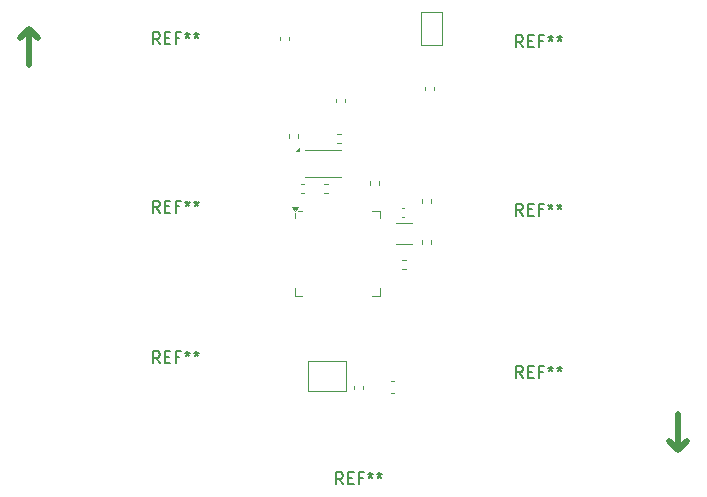
<source format=gbr>
%TF.GenerationSoftware,KiCad,Pcbnew,9.0.0*%
%TF.CreationDate,2025-05-15T12:24:39+09:00*%
%TF.ProjectId,Raspberry Pi Pico(Designed By TORICA),52617370-6265-4727-9279-205069205069,rev?*%
%TF.SameCoordinates,Original*%
%TF.FileFunction,Legend,Top*%
%TF.FilePolarity,Positive*%
%FSLAX46Y46*%
G04 Gerber Fmt 4.6, Leading zero omitted, Abs format (unit mm)*
G04 Created by KiCad (PCBNEW 9.0.0) date 2025-05-15 12:24:39*
%MOMM*%
%LPD*%
G01*
G04 APERTURE LIST*
%ADD10C,0.500000*%
%ADD11C,0.150000*%
%ADD12C,0.100000*%
%ADD13C,0.120000*%
G04 APERTURE END LIST*
D10*
X122325137Y-84764476D02*
X122325137Y-81716857D01*
X121563232Y-82478761D02*
X122325137Y-81716857D01*
X122325137Y-81716857D02*
X123087042Y-82478761D01*
X177325137Y-114336857D02*
X177325137Y-117384476D01*
X178087042Y-116622571D02*
X177325137Y-117384476D01*
X177325137Y-117384476D02*
X176563232Y-116622571D01*
D11*
X164166666Y-83254819D02*
X163833333Y-82778628D01*
X163595238Y-83254819D02*
X163595238Y-82254819D01*
X163595238Y-82254819D02*
X163976190Y-82254819D01*
X163976190Y-82254819D02*
X164071428Y-82302438D01*
X164071428Y-82302438D02*
X164119047Y-82350057D01*
X164119047Y-82350057D02*
X164166666Y-82445295D01*
X164166666Y-82445295D02*
X164166666Y-82588152D01*
X164166666Y-82588152D02*
X164119047Y-82683390D01*
X164119047Y-82683390D02*
X164071428Y-82731009D01*
X164071428Y-82731009D02*
X163976190Y-82778628D01*
X163976190Y-82778628D02*
X163595238Y-82778628D01*
X164595238Y-82731009D02*
X164928571Y-82731009D01*
X165071428Y-83254819D02*
X164595238Y-83254819D01*
X164595238Y-83254819D02*
X164595238Y-82254819D01*
X164595238Y-82254819D02*
X165071428Y-82254819D01*
X165833333Y-82731009D02*
X165500000Y-82731009D01*
X165500000Y-83254819D02*
X165500000Y-82254819D01*
X165500000Y-82254819D02*
X165976190Y-82254819D01*
X166500000Y-82254819D02*
X166500000Y-82492914D01*
X166261905Y-82397676D02*
X166500000Y-82492914D01*
X166500000Y-82492914D02*
X166738095Y-82397676D01*
X166357143Y-82683390D02*
X166500000Y-82492914D01*
X166500000Y-82492914D02*
X166642857Y-82683390D01*
X167261905Y-82254819D02*
X167261905Y-82492914D01*
X167023810Y-82397676D02*
X167261905Y-82492914D01*
X167261905Y-82492914D02*
X167500000Y-82397676D01*
X167119048Y-82683390D02*
X167261905Y-82492914D01*
X167261905Y-82492914D02*
X167404762Y-82683390D01*
X164166666Y-111254819D02*
X163833333Y-110778628D01*
X163595238Y-111254819D02*
X163595238Y-110254819D01*
X163595238Y-110254819D02*
X163976190Y-110254819D01*
X163976190Y-110254819D02*
X164071428Y-110302438D01*
X164071428Y-110302438D02*
X164119047Y-110350057D01*
X164119047Y-110350057D02*
X164166666Y-110445295D01*
X164166666Y-110445295D02*
X164166666Y-110588152D01*
X164166666Y-110588152D02*
X164119047Y-110683390D01*
X164119047Y-110683390D02*
X164071428Y-110731009D01*
X164071428Y-110731009D02*
X163976190Y-110778628D01*
X163976190Y-110778628D02*
X163595238Y-110778628D01*
X164595238Y-110731009D02*
X164928571Y-110731009D01*
X165071428Y-111254819D02*
X164595238Y-111254819D01*
X164595238Y-111254819D02*
X164595238Y-110254819D01*
X164595238Y-110254819D02*
X165071428Y-110254819D01*
X165833333Y-110731009D02*
X165500000Y-110731009D01*
X165500000Y-111254819D02*
X165500000Y-110254819D01*
X165500000Y-110254819D02*
X165976190Y-110254819D01*
X166500000Y-110254819D02*
X166500000Y-110492914D01*
X166261905Y-110397676D02*
X166500000Y-110492914D01*
X166500000Y-110492914D02*
X166738095Y-110397676D01*
X166357143Y-110683390D02*
X166500000Y-110492914D01*
X166500000Y-110492914D02*
X166642857Y-110683390D01*
X167261905Y-110254819D02*
X167261905Y-110492914D01*
X167023810Y-110397676D02*
X167261905Y-110492914D01*
X167261905Y-110492914D02*
X167500000Y-110397676D01*
X167119048Y-110683390D02*
X167261905Y-110492914D01*
X167261905Y-110492914D02*
X167404762Y-110683390D01*
X164166666Y-97504819D02*
X163833333Y-97028628D01*
X163595238Y-97504819D02*
X163595238Y-96504819D01*
X163595238Y-96504819D02*
X163976190Y-96504819D01*
X163976190Y-96504819D02*
X164071428Y-96552438D01*
X164071428Y-96552438D02*
X164119047Y-96600057D01*
X164119047Y-96600057D02*
X164166666Y-96695295D01*
X164166666Y-96695295D02*
X164166666Y-96838152D01*
X164166666Y-96838152D02*
X164119047Y-96933390D01*
X164119047Y-96933390D02*
X164071428Y-96981009D01*
X164071428Y-96981009D02*
X163976190Y-97028628D01*
X163976190Y-97028628D02*
X163595238Y-97028628D01*
X164595238Y-96981009D02*
X164928571Y-96981009D01*
X165071428Y-97504819D02*
X164595238Y-97504819D01*
X164595238Y-97504819D02*
X164595238Y-96504819D01*
X164595238Y-96504819D02*
X165071428Y-96504819D01*
X165833333Y-96981009D02*
X165500000Y-96981009D01*
X165500000Y-97504819D02*
X165500000Y-96504819D01*
X165500000Y-96504819D02*
X165976190Y-96504819D01*
X166500000Y-96504819D02*
X166500000Y-96742914D01*
X166261905Y-96647676D02*
X166500000Y-96742914D01*
X166500000Y-96742914D02*
X166738095Y-96647676D01*
X166357143Y-96933390D02*
X166500000Y-96742914D01*
X166500000Y-96742914D02*
X166642857Y-96933390D01*
X167261905Y-96504819D02*
X167261905Y-96742914D01*
X167023810Y-96647676D02*
X167261905Y-96742914D01*
X167261905Y-96742914D02*
X167500000Y-96647676D01*
X167119048Y-96933390D02*
X167261905Y-96742914D01*
X167261905Y-96742914D02*
X167404762Y-96933390D01*
X133416666Y-97254819D02*
X133083333Y-96778628D01*
X132845238Y-97254819D02*
X132845238Y-96254819D01*
X132845238Y-96254819D02*
X133226190Y-96254819D01*
X133226190Y-96254819D02*
X133321428Y-96302438D01*
X133321428Y-96302438D02*
X133369047Y-96350057D01*
X133369047Y-96350057D02*
X133416666Y-96445295D01*
X133416666Y-96445295D02*
X133416666Y-96588152D01*
X133416666Y-96588152D02*
X133369047Y-96683390D01*
X133369047Y-96683390D02*
X133321428Y-96731009D01*
X133321428Y-96731009D02*
X133226190Y-96778628D01*
X133226190Y-96778628D02*
X132845238Y-96778628D01*
X133845238Y-96731009D02*
X134178571Y-96731009D01*
X134321428Y-97254819D02*
X133845238Y-97254819D01*
X133845238Y-97254819D02*
X133845238Y-96254819D01*
X133845238Y-96254819D02*
X134321428Y-96254819D01*
X135083333Y-96731009D02*
X134750000Y-96731009D01*
X134750000Y-97254819D02*
X134750000Y-96254819D01*
X134750000Y-96254819D02*
X135226190Y-96254819D01*
X135750000Y-96254819D02*
X135750000Y-96492914D01*
X135511905Y-96397676D02*
X135750000Y-96492914D01*
X135750000Y-96492914D02*
X135988095Y-96397676D01*
X135607143Y-96683390D02*
X135750000Y-96492914D01*
X135750000Y-96492914D02*
X135892857Y-96683390D01*
X136511905Y-96254819D02*
X136511905Y-96492914D01*
X136273810Y-96397676D02*
X136511905Y-96492914D01*
X136511905Y-96492914D02*
X136750000Y-96397676D01*
X136369048Y-96683390D02*
X136511905Y-96492914D01*
X136511905Y-96492914D02*
X136654762Y-96683390D01*
X148916666Y-120254819D02*
X148583333Y-119778628D01*
X148345238Y-120254819D02*
X148345238Y-119254819D01*
X148345238Y-119254819D02*
X148726190Y-119254819D01*
X148726190Y-119254819D02*
X148821428Y-119302438D01*
X148821428Y-119302438D02*
X148869047Y-119350057D01*
X148869047Y-119350057D02*
X148916666Y-119445295D01*
X148916666Y-119445295D02*
X148916666Y-119588152D01*
X148916666Y-119588152D02*
X148869047Y-119683390D01*
X148869047Y-119683390D02*
X148821428Y-119731009D01*
X148821428Y-119731009D02*
X148726190Y-119778628D01*
X148726190Y-119778628D02*
X148345238Y-119778628D01*
X149345238Y-119731009D02*
X149678571Y-119731009D01*
X149821428Y-120254819D02*
X149345238Y-120254819D01*
X149345238Y-120254819D02*
X149345238Y-119254819D01*
X149345238Y-119254819D02*
X149821428Y-119254819D01*
X150583333Y-119731009D02*
X150250000Y-119731009D01*
X150250000Y-120254819D02*
X150250000Y-119254819D01*
X150250000Y-119254819D02*
X150726190Y-119254819D01*
X151250000Y-119254819D02*
X151250000Y-119492914D01*
X151011905Y-119397676D02*
X151250000Y-119492914D01*
X151250000Y-119492914D02*
X151488095Y-119397676D01*
X151107143Y-119683390D02*
X151250000Y-119492914D01*
X151250000Y-119492914D02*
X151392857Y-119683390D01*
X152011905Y-119254819D02*
X152011905Y-119492914D01*
X151773810Y-119397676D02*
X152011905Y-119492914D01*
X152011905Y-119492914D02*
X152250000Y-119397676D01*
X151869048Y-119683390D02*
X152011905Y-119492914D01*
X152011905Y-119492914D02*
X152154762Y-119683390D01*
X133416666Y-83004819D02*
X133083333Y-82528628D01*
X132845238Y-83004819D02*
X132845238Y-82004819D01*
X132845238Y-82004819D02*
X133226190Y-82004819D01*
X133226190Y-82004819D02*
X133321428Y-82052438D01*
X133321428Y-82052438D02*
X133369047Y-82100057D01*
X133369047Y-82100057D02*
X133416666Y-82195295D01*
X133416666Y-82195295D02*
X133416666Y-82338152D01*
X133416666Y-82338152D02*
X133369047Y-82433390D01*
X133369047Y-82433390D02*
X133321428Y-82481009D01*
X133321428Y-82481009D02*
X133226190Y-82528628D01*
X133226190Y-82528628D02*
X132845238Y-82528628D01*
X133845238Y-82481009D02*
X134178571Y-82481009D01*
X134321428Y-83004819D02*
X133845238Y-83004819D01*
X133845238Y-83004819D02*
X133845238Y-82004819D01*
X133845238Y-82004819D02*
X134321428Y-82004819D01*
X135083333Y-82481009D02*
X134750000Y-82481009D01*
X134750000Y-83004819D02*
X134750000Y-82004819D01*
X134750000Y-82004819D02*
X135226190Y-82004819D01*
X135750000Y-82004819D02*
X135750000Y-82242914D01*
X135511905Y-82147676D02*
X135750000Y-82242914D01*
X135750000Y-82242914D02*
X135988095Y-82147676D01*
X135607143Y-82433390D02*
X135750000Y-82242914D01*
X135750000Y-82242914D02*
X135892857Y-82433390D01*
X136511905Y-82004819D02*
X136511905Y-82242914D01*
X136273810Y-82147676D02*
X136511905Y-82242914D01*
X136511905Y-82242914D02*
X136750000Y-82147676D01*
X136369048Y-82433390D02*
X136511905Y-82242914D01*
X136511905Y-82242914D02*
X136654762Y-82433390D01*
X133416666Y-110004819D02*
X133083333Y-109528628D01*
X132845238Y-110004819D02*
X132845238Y-109004819D01*
X132845238Y-109004819D02*
X133226190Y-109004819D01*
X133226190Y-109004819D02*
X133321428Y-109052438D01*
X133321428Y-109052438D02*
X133369047Y-109100057D01*
X133369047Y-109100057D02*
X133416666Y-109195295D01*
X133416666Y-109195295D02*
X133416666Y-109338152D01*
X133416666Y-109338152D02*
X133369047Y-109433390D01*
X133369047Y-109433390D02*
X133321428Y-109481009D01*
X133321428Y-109481009D02*
X133226190Y-109528628D01*
X133226190Y-109528628D02*
X132845238Y-109528628D01*
X133845238Y-109481009D02*
X134178571Y-109481009D01*
X134321428Y-110004819D02*
X133845238Y-110004819D01*
X133845238Y-110004819D02*
X133845238Y-109004819D01*
X133845238Y-109004819D02*
X134321428Y-109004819D01*
X135083333Y-109481009D02*
X134750000Y-109481009D01*
X134750000Y-110004819D02*
X134750000Y-109004819D01*
X134750000Y-109004819D02*
X135226190Y-109004819D01*
X135750000Y-109004819D02*
X135750000Y-109242914D01*
X135511905Y-109147676D02*
X135750000Y-109242914D01*
X135750000Y-109242914D02*
X135988095Y-109147676D01*
X135607143Y-109433390D02*
X135750000Y-109242914D01*
X135750000Y-109242914D02*
X135892857Y-109433390D01*
X136511905Y-109004819D02*
X136511905Y-109242914D01*
X136273810Y-109147676D02*
X136511905Y-109242914D01*
X136511905Y-109242914D02*
X136750000Y-109147676D01*
X136369048Y-109433390D02*
X136511905Y-109242914D01*
X136511905Y-109242914D02*
X136654762Y-109433390D01*
%TO.C,D2*%
D12*
X157310000Y-80280000D02*
X155530000Y-80280000D01*
X155530000Y-83080000D01*
X157310000Y-83080000D01*
X157310000Y-80280000D01*
%TO.C,Y1*%
X145950000Y-109850000D02*
X149150000Y-109850000D01*
X149150000Y-112350000D01*
X145950000Y-112350000D01*
X145950000Y-109850000D01*
D13*
%TO.C,R13*%
X143620000Y-82653641D02*
X143620000Y-82346359D01*
X144380000Y-82653641D02*
X144380000Y-82346359D01*
%TO.C,R2*%
X155620000Y-99596359D02*
X155620000Y-99903641D01*
X156380000Y-99596359D02*
X156380000Y-99903641D01*
%TO.C,R3*%
X148446359Y-90620000D02*
X148753641Y-90620000D01*
X148446359Y-91380000D02*
X148753641Y-91380000D01*
%TO.C,R6*%
X147346359Y-94870000D02*
X147653641Y-94870000D01*
X147346359Y-95630000D02*
X147653641Y-95630000D01*
%TO.C,R4*%
X151220000Y-94596359D02*
X151220000Y-94903641D01*
X151980000Y-94596359D02*
X151980000Y-94903641D01*
%TO.C,R10*%
X153946359Y-101270000D02*
X154253641Y-101270000D01*
X153946359Y-102030000D02*
X154253641Y-102030000D01*
%TO.C,Q1*%
X154755000Y-98150000D02*
X153455000Y-98150000D01*
X154755000Y-99950000D02*
X153455000Y-99950000D01*
%TO.C,U1*%
X144840000Y-97727500D02*
X144840000Y-97317500D01*
X144840000Y-104297500D02*
X144840000Y-103647500D01*
X145490000Y-97077500D02*
X145140000Y-97077500D01*
X145490000Y-104297500D02*
X144840000Y-104297500D01*
X151410000Y-97077500D02*
X152060000Y-97077500D01*
X151410000Y-104297500D02*
X152060000Y-104297500D01*
X152060000Y-97077500D02*
X152060000Y-97727500D01*
X152060000Y-104297500D02*
X152060000Y-103647500D01*
X144840000Y-97077500D02*
X144600000Y-96747500D01*
X145080000Y-96747500D01*
X144840000Y-97077500D01*
G36*
X144840000Y-97077500D02*
G01*
X144600000Y-96747500D01*
X145080000Y-96747500D01*
X144840000Y-97077500D01*
G37*
%TO.C,R1*%
X155620000Y-96096359D02*
X155620000Y-96403641D01*
X156380000Y-96096359D02*
X156380000Y-96403641D01*
%TO.C,R9*%
X144370000Y-90596359D02*
X144370000Y-90903641D01*
X145130000Y-90596359D02*
X145130000Y-90903641D01*
%TO.C,R12*%
X148370000Y-87596359D02*
X148370000Y-87903641D01*
X149130000Y-87596359D02*
X149130000Y-87903641D01*
%TO.C,U2*%
X145750000Y-91965000D02*
X148750000Y-91965000D01*
X145750000Y-94235000D02*
X148750000Y-94235000D01*
X145200000Y-92050000D02*
X144920000Y-92050000D01*
X145200000Y-91770000D01*
X145200000Y-92050000D01*
G36*
X145200000Y-92050000D02*
G01*
X144920000Y-92050000D01*
X145200000Y-91770000D01*
X145200000Y-92050000D01*
G37*
%TO.C,C17*%
X153892164Y-96890000D02*
X154107836Y-96890000D01*
X153892164Y-97610000D02*
X154107836Y-97610000D01*
%TO.C,R15*%
X155870000Y-86903641D02*
X155870000Y-86596359D01*
X156630000Y-86903641D02*
X156630000Y-86596359D01*
%TO.C,R5*%
X145346359Y-94870000D02*
X145653641Y-94870000D01*
X145346359Y-95630000D02*
X145653641Y-95630000D01*
%TO.C,C18*%
X153240580Y-111540000D02*
X152959420Y-111540000D01*
X153240580Y-112560000D02*
X152959420Y-112560000D01*
%TO.C,R7*%
X149820000Y-112213641D02*
X149820000Y-111906359D01*
X150580000Y-112213641D02*
X150580000Y-111906359D01*
%TD*%
M02*

</source>
